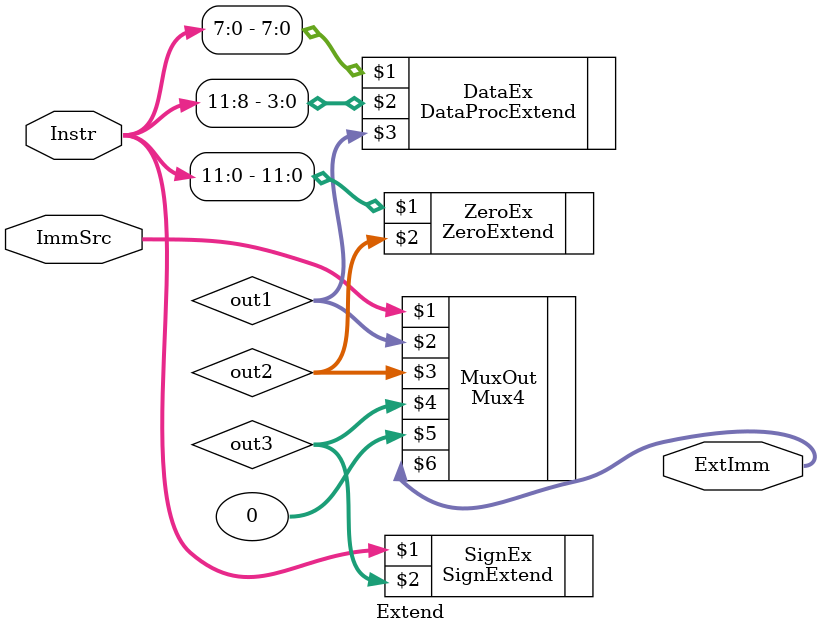
<source format=sv>
module Extend(input  logic[1:0]  ImmSrc,
				  input  logic[23:0] Instr,
				  output logic[31:0] ExtImm);

logic[31:0] out1, out2, out3;

DataProcExtend DataEx(Instr[7:0],Instr[11:8],out1);
ZeroExtend #(12, 32) ZeroEx(Instr[11:0], out2);
SignExtend #(24, 32) SignEx(Instr,out3);
Mux4 #(32) MuxOut(ImmSrc, out1, out2, out3, 32'b0, ExtImm);

endmodule 
</source>
